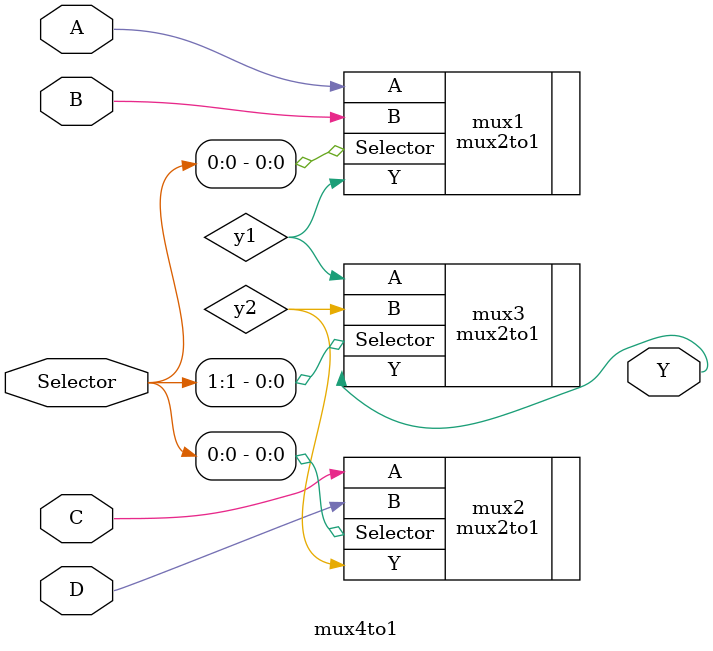
<source format=v>
module mux4to1(A, B, C, D, Selector, Y);

input A, B, C, D;           
input [1:0] Selector;       
output Y;                  

 //Fios intermediários para o mux hierárquico
wire y1, y2;               

//Dois primeiros mux2to1 para selecionar entre pares de entradas usando Selector[0]
mux2to1 mux1(
	.A(A),
	.B(B),
	.Selector(Selector[0]),
	.Y(y1)        
);

mux2to1 mux2(
	.A(C),
	.B(D),
	.Selector(Selector[0]),
	.Y(y2)         
);

//Mux2to1 final para selecionar entre as saídas intermediárias usando Selector[1]
mux2to1 mux3(
	.A(y1),
	.B(y2),
	.Selector(Selector[1]),
	.Y(Y)           
);

endmodule

</source>
